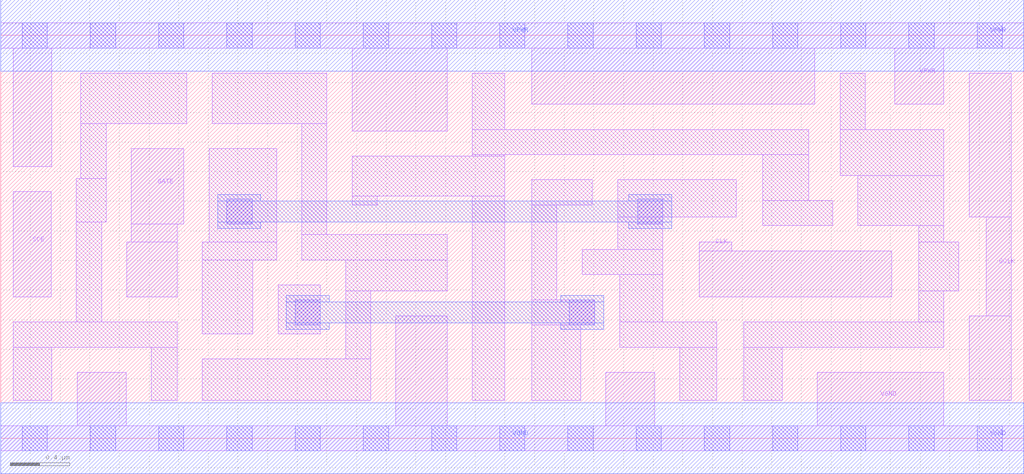
<source format=lef>
# Copyright 2020 The SkyWater PDK Authors
#
# Licensed under the Apache License, Version 2.0 (the "License");
# you may not use this file except in compliance with the License.
# You may obtain a copy of the License at
#
#     https://www.apache.org/licenses/LICENSE-2.0
#
# Unless required by applicable law or agreed to in writing, software
# distributed under the License is distributed on an "AS IS" BASIS,
# WITHOUT WARRANTIES OR CONDITIONS OF ANY KIND, either express or implied.
# See the License for the specific language governing permissions and
# limitations under the License.
#
# SPDX-License-Identifier: Apache-2.0

VERSION 5.7 ;
  NAMESCASESENSITIVE ON ;
  NOWIREEXTENSIONATPIN ON ;
  DIVIDERCHAR "/" ;
  BUSBITCHARS "[]" ;
UNITS
  DATABASE MICRONS 200 ;
END UNITS
MACRO sky130_fd_sc_hd__sdlclkp_1
  CLASS CORE ;
  SOURCE USER ;
  FOREIGN sky130_fd_sc_hd__sdlclkp_1 ;
  ORIGIN  0.000000  0.000000 ;
  SIZE  6.900000 BY  2.720000 ;
  SYMMETRY X Y R90 ;
  SITE unithd ;
  PIN GATE
    ANTENNAGATEAREA  0.159000 ;
    DIRECTION INPUT ;
    USE SIGNAL ;
    PORT
      LAYER li1 ;
        RECT 0.850000 0.955000 1.190000 1.325000 ;
        RECT 0.880000 1.325000 1.190000 1.445000 ;
        RECT 0.880000 1.445000 1.235000 1.955000 ;
    END
  END GATE
  PIN GCLK
    ANTENNADIFFAREA  0.429000 ;
    DIRECTION OUTPUT ;
    USE SIGNAL ;
    PORT
      LAYER li1 ;
        RECT 6.530000 0.255000 6.815000 0.825000 ;
        RECT 6.530000 1.495000 6.815000 2.465000 ;
        RECT 6.645000 0.825000 6.815000 1.495000 ;
    END
  END GCLK
  PIN SCE
    ANTENNAGATEAREA  0.159000 ;
    DIRECTION INPUT ;
    USE SIGNAL ;
    PORT
      LAYER li1 ;
        RECT 0.085000 0.955000 0.340000 1.665000 ;
    END
  END SCE
  PIN CLK
    ANTENNAGATEAREA  0.318000 ;
    DIRECTION INPUT ;
    USE CLOCK ;
    PORT
      LAYER li1 ;
        RECT 4.710000 0.955000 6.010000 1.265000 ;
        RECT 4.710000 1.265000 4.930000 1.325000 ;
    END
  END CLK
  PIN VGND
    DIRECTION INOUT ;
    SHAPE ABUTMENT ;
    USE GROUND ;
    PORT
      LAYER li1 ;
        RECT 0.000000 -0.085000 6.900000 0.085000 ;
        RECT 0.515000  0.085000 0.845000 0.445000 ;
        RECT 2.665000  0.085000 3.010000 0.825000 ;
        RECT 4.080000  0.085000 4.410000 0.445000 ;
        RECT 5.505000  0.085000 6.360000 0.445000 ;
      LAYER mcon ;
        RECT 0.145000 -0.085000 0.315000 0.085000 ;
        RECT 0.605000 -0.085000 0.775000 0.085000 ;
        RECT 1.065000 -0.085000 1.235000 0.085000 ;
        RECT 1.525000 -0.085000 1.695000 0.085000 ;
        RECT 1.985000 -0.085000 2.155000 0.085000 ;
        RECT 2.445000 -0.085000 2.615000 0.085000 ;
        RECT 2.905000 -0.085000 3.075000 0.085000 ;
        RECT 3.365000 -0.085000 3.535000 0.085000 ;
        RECT 3.825000 -0.085000 3.995000 0.085000 ;
        RECT 4.285000 -0.085000 4.455000 0.085000 ;
        RECT 4.745000 -0.085000 4.915000 0.085000 ;
        RECT 5.205000 -0.085000 5.375000 0.085000 ;
        RECT 5.665000 -0.085000 5.835000 0.085000 ;
        RECT 6.125000 -0.085000 6.295000 0.085000 ;
        RECT 6.585000 -0.085000 6.755000 0.085000 ;
      LAYER met1 ;
        RECT 0.000000 -0.240000 6.900000 0.240000 ;
    END
  END VGND
  PIN VPWR
    DIRECTION INOUT ;
    SHAPE ABUTMENT ;
    USE POWER ;
    PORT
      LAYER li1 ;
        RECT 0.000000 2.635000 6.900000 2.805000 ;
        RECT 0.085000 1.835000 0.345000 2.635000 ;
        RECT 2.370000 2.075000 3.010000 2.635000 ;
        RECT 3.580000 2.255000 5.490000 2.635000 ;
        RECT 6.030000 2.255000 6.360000 2.635000 ;
      LAYER mcon ;
        RECT 0.145000 2.635000 0.315000 2.805000 ;
        RECT 0.605000 2.635000 0.775000 2.805000 ;
        RECT 1.065000 2.635000 1.235000 2.805000 ;
        RECT 1.525000 2.635000 1.695000 2.805000 ;
        RECT 1.985000 2.635000 2.155000 2.805000 ;
        RECT 2.445000 2.635000 2.615000 2.805000 ;
        RECT 2.905000 2.635000 3.075000 2.805000 ;
        RECT 3.365000 2.635000 3.535000 2.805000 ;
        RECT 3.825000 2.635000 3.995000 2.805000 ;
        RECT 4.285000 2.635000 4.455000 2.805000 ;
        RECT 4.745000 2.635000 4.915000 2.805000 ;
        RECT 5.205000 2.635000 5.375000 2.805000 ;
        RECT 5.665000 2.635000 5.835000 2.805000 ;
        RECT 6.125000 2.635000 6.295000 2.805000 ;
        RECT 6.585000 2.635000 6.755000 2.805000 ;
      LAYER met1 ;
        RECT 0.000000 2.480000 6.900000 2.960000 ;
    END
  END VPWR
  OBS
    LAYER li1 ;
      RECT 0.085000 0.255000 0.345000 0.615000 ;
      RECT 0.085000 0.615000 1.190000 0.785000 ;
      RECT 0.510000 0.785000 0.680000 1.460000 ;
      RECT 0.510000 1.460000 0.710000 1.755000 ;
      RECT 0.540000 1.755000 0.710000 2.125000 ;
      RECT 0.540000 2.125000 1.255000 2.465000 ;
      RECT 1.015000 0.255000 1.190000 0.615000 ;
      RECT 1.360000 0.255000 2.495000 0.535000 ;
      RECT 1.360000 0.705000 1.700000 1.205000 ;
      RECT 1.360000 1.205000 1.860000 1.325000 ;
      RECT 1.405000 1.325000 1.860000 1.955000 ;
      RECT 1.425000 2.125000 2.200000 2.465000 ;
      RECT 1.870000 0.705000 2.155000 1.035000 ;
      RECT 2.030000 1.205000 3.010000 1.375000 ;
      RECT 2.030000 1.375000 2.200000 2.125000 ;
      RECT 2.325000 0.535000 2.495000 0.995000 ;
      RECT 2.325000 0.995000 3.010000 1.205000 ;
      RECT 2.370000 1.575000 2.540000 1.635000 ;
      RECT 2.370000 1.635000 3.400000 1.905000 ;
      RECT 3.180000 0.255000 3.400000 1.635000 ;
      RECT 3.180000 1.905000 3.400000 1.915000 ;
      RECT 3.180000 1.915000 5.450000 2.085000 ;
      RECT 3.180000 2.085000 3.400000 2.465000 ;
      RECT 3.580000 0.255000 3.910000 0.765000 ;
      RECT 3.580000 0.765000 4.005000 0.935000 ;
      RECT 3.580000 0.935000 3.750000 1.575000 ;
      RECT 3.580000 1.575000 3.990000 1.745000 ;
      RECT 3.920000 1.105000 4.465000 1.275000 ;
      RECT 4.160000 1.275000 4.465000 1.495000 ;
      RECT 4.160000 1.495000 4.960000 1.745000 ;
      RECT 4.175000 0.615000 4.830000 0.785000 ;
      RECT 4.175000 0.785000 4.465000 1.105000 ;
      RECT 4.580000 0.255000 4.830000 0.615000 ;
      RECT 5.010000 0.255000 5.270000 0.615000 ;
      RECT 5.010000 0.615000 6.360000 0.785000 ;
      RECT 5.140000 1.435000 5.610000 1.605000 ;
      RECT 5.140000 1.605000 5.450000 1.915000 ;
      RECT 5.660000 1.775000 6.360000 2.085000 ;
      RECT 5.660000 2.085000 5.830000 2.465000 ;
      RECT 5.780000 1.435000 6.360000 1.775000 ;
      RECT 6.190000 0.785000 6.360000 0.995000 ;
      RECT 6.190000 0.995000 6.460000 1.325000 ;
      RECT 6.190000 1.325000 6.360000 1.435000 ;
    LAYER mcon ;
      RECT 1.525000 1.445000 1.695000 1.615000 ;
      RECT 1.985000 0.765000 2.155000 0.935000 ;
      RECT 3.835000 0.765000 4.005000 0.935000 ;
      RECT 4.295000 1.445000 4.465000 1.615000 ;
    LAYER met1 ;
      RECT 1.465000 1.415000 1.755000 1.460000 ;
      RECT 1.465000 1.460000 4.525000 1.600000 ;
      RECT 1.465000 1.600000 1.755000 1.645000 ;
      RECT 1.925000 0.735000 2.215000 0.780000 ;
      RECT 1.925000 0.780000 4.065000 0.920000 ;
      RECT 1.925000 0.920000 2.215000 0.965000 ;
      RECT 3.775000 0.735000 4.065000 0.780000 ;
      RECT 3.775000 0.920000 4.065000 0.965000 ;
      RECT 4.235000 1.415000 4.525000 1.460000 ;
      RECT 4.235000 1.600000 4.525000 1.645000 ;
  END
END sky130_fd_sc_hd__sdlclkp_1

</source>
